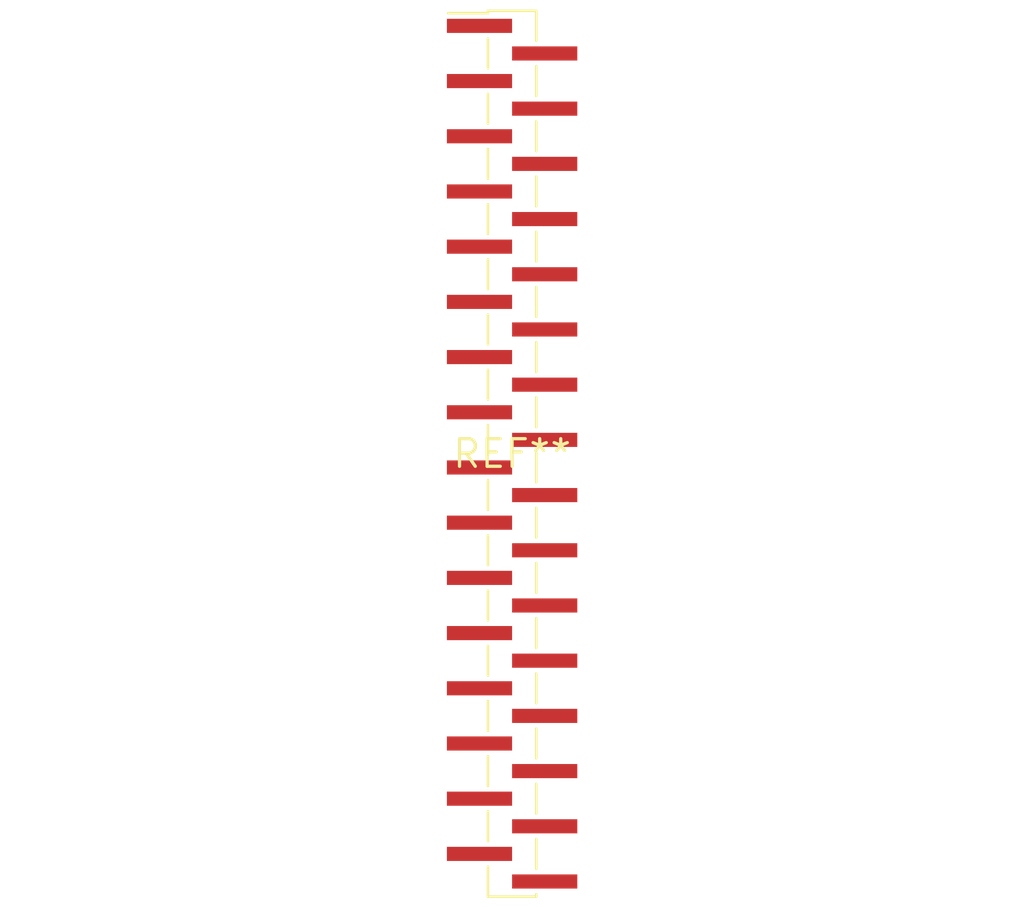
<source format=kicad_pcb>
(kicad_pcb (version 20240108) (generator pcbnew)
  (layers (0 "F.Cu" signal) (31 "B.Cu" signal) (34 "B.Paste" user) (35 "F.Paste" user) (36 "B.SilkS" user "B.Silkscreen") (37 "F.SilkS" user "F.Silkscreen") (38 "B.Mask" user) (39 "F.Mask" user) (44 "Edge.Cuts" user))
  (net 0 "")
  (footprint "PinHeader_1x32_P1.27mm_Vertical_SMD_Pin1Left" (layer "F.Cu") (at 0 0)
    (property "Reference" "REF**")
    (property "Value" "PinHeader_1x32_P1.27mm_Vertical_SMD_Pin1Left")
    (fp_line (start -1.11 -20.38) (end -1.11 -20.27) (layer "F.SilkS") (stroke (width 0.12)))
    (fp_line (start -1.11 -20.38) (end 1.11 -20.38) (layer "F.SilkS") (stroke (width 0.12)))
    (fp_line (start -1.11 -20.27) (end -2.94 -20.27) (layer "F.SilkS") (stroke (width 0.12)))
    (fp_line (start -1.11 -19.1) (end -1.11 -17.73) (layer "F.SilkS") (stroke (width 0.12)))
    (fp_line (start -1.11 -16.56) (end -1.11 -15.19) (layer "F.SilkS") (stroke (width 0.12)))
    (fp_line (start -1.11 -14.02) (end -1.11 -12.65) (layer "F.SilkS") (stroke (width 0.12)))
    (fp_line (start -1.11 -11.48) (end -1.11 -10.11) (layer "F.SilkS") (stroke (width 0.12)))
    (fp_line (start -1.11 -8.94) (end -1.11 -7.57) (layer "F.SilkS") (stroke (width 0.12)))
    (fp_line (start -1.11 -6.4) (end -1.11 -5.03) (layer "F.SilkS") (stroke (width 0.12)))
    (fp_line (start -1.11 -3.86) (end -1.11 -2.49) (layer "F.SilkS") (stroke (width 0.12)))
    (fp_line (start -1.11 -1.32) (end -1.11 0.05) (layer "F.SilkS") (stroke (width 0.12)))
    (fp_line (start -1.11 1.22) (end -1.11 2.59) (layer "F.SilkS") (stroke (width 0.12)))
    (fp_line (start -1.11 3.76) (end -1.11 5.13) (layer "F.SilkS") (stroke (width 0.12)))
    (fp_line (start -1.11 6.3) (end -1.11 7.67) (layer "F.SilkS") (stroke (width 0.12)))
    (fp_line (start -1.11 8.84) (end -1.11 10.21) (layer "F.SilkS") (stroke (width 0.12)))
    (fp_line (start -1.11 11.38) (end -1.11 12.75) (layer "F.SilkS") (stroke (width 0.12)))
    (fp_line (start -1.11 13.92) (end -1.11 15.29) (layer "F.SilkS") (stroke (width 0.12)))
    (fp_line (start -1.11 16.46) (end -1.11 17.83) (layer "F.SilkS") (stroke (width 0.12)))
    (fp_line (start -1.11 19) (end -1.11 20.37) (layer "F.SilkS") (stroke (width 0.12)))
    (fp_line (start -1.11 20.38) (end 1.11 20.38) (layer "F.SilkS") (stroke (width 0.12)))
    (fp_line (start 1.11 -20.37) (end 1.11 -19) (layer "F.SilkS") (stroke (width 0.12)))
    (fp_line (start 1.11 -17.83) (end 1.11 -16.46) (layer "F.SilkS") (stroke (width 0.12)))
    (fp_line (start 1.11 -15.29) (end 1.11 -13.92) (layer "F.SilkS") (stroke (width 0.12)))
    (fp_line (start 1.11 -12.75) (end 1.11 -11.38) (layer "F.SilkS") (stroke (width 0.12)))
    (fp_line (start 1.11 -10.21) (end 1.11 -8.84) (layer "F.SilkS") (stroke (width 0.12)))
    (fp_line (start 1.11 -7.67) (end 1.11 -6.3) (layer "F.SilkS") (stroke (width 0.12)))
    (fp_line (start 1.11 -5.13) (end 1.11 -3.76) (layer "F.SilkS") (stroke (width 0.12)))
    (fp_line (start 1.11 -2.59) (end 1.11 -1.22) (layer "F.SilkS") (stroke (width 0.12)))
    (fp_line (start 1.11 -0.05) (end 1.11 1.32) (layer "F.SilkS") (stroke (width 0.12)))
    (fp_line (start 1.11 2.49) (end 1.11 3.86) (layer "F.SilkS") (stroke (width 0.12)))
    (fp_line (start 1.11 5.03) (end 1.11 6.4) (layer "F.SilkS") (stroke (width 0.12)))
    (fp_line (start 1.11 7.57) (end 1.11 8.94) (layer "F.SilkS") (stroke (width 0.12)))
    (fp_line (start 1.11 10.11) (end 1.11 11.48) (layer "F.SilkS") (stroke (width 0.12)))
    (fp_line (start 1.11 12.65) (end 1.11 14.02) (layer "F.SilkS") (stroke (width 0.12)))
    (fp_line (start 1.11 15.19) (end 1.11 16.56) (layer "F.SilkS") (stroke (width 0.12)))
    (fp_line (start 1.11 17.73) (end 1.11 19.1) (layer "F.SilkS") (stroke (width 0.12)))
    (fp_line (start 1.11 20.27) (end 1.11 20.38) (layer "F.SilkS") (stroke (width 0.12)))
    (pad "1" smd rect (at -1.5 -19.685) (size 3 0.65) (layers "F.Cu" "F.Paste" "F.Mask"))
    (pad "2" smd rect (at 1.5 -18.415) (size 3 0.65) (layers "F.Cu" "F.Paste" "F.Mask"))
    (pad "3" smd rect (at -1.5 -17.145) (size 3 0.65) (layers "F.Cu" "F.Paste" "F.Mask"))
    (pad "4" smd rect (at 1.5 -15.875) (size 3 0.65) (layers "F.Cu" "F.Paste" "F.Mask"))
    (pad "5" smd rect (at -1.5 -14.605) (size 3 0.65) (layers "F.Cu" "F.Paste" "F.Mask"))
    (pad "6" smd rect (at 1.5 -13.335) (size 3 0.65) (layers "F.Cu" "F.Paste" "F.Mask"))
    (pad "7" smd rect (at -1.5 -12.065) (size 3 0.65) (layers "F.Cu" "F.Paste" "F.Mask"))
    (pad "8" smd rect (at 1.5 -10.795) (size 3 0.65) (layers "F.Cu" "F.Paste" "F.Mask"))
    (pad "9" smd rect (at -1.5 -9.525) (size 3 0.65) (layers "F.Cu" "F.Paste" "F.Mask"))
    (pad "10" smd rect (at 1.5 -8.255) (size 3 0.65) (layers "F.Cu" "F.Paste" "F.Mask"))
    (pad "11" smd rect (at -1.5 -6.985) (size 3 0.65) (layers "F.Cu" "F.Paste" "F.Mask"))
    (pad "12" smd rect (at 1.5 -5.715) (size 3 0.65) (layers "F.Cu" "F.Paste" "F.Mask"))
    (pad "13" smd rect (at -1.5 -4.445) (size 3 0.65) (layers "F.Cu" "F.Paste" "F.Mask"))
    (pad "14" smd rect (at 1.5 -3.175) (size 3 0.65) (layers "F.Cu" "F.Paste" "F.Mask"))
    (pad "15" smd rect (at -1.5 -1.905) (size 3 0.65) (layers "F.Cu" "F.Paste" "F.Mask"))
    (pad "16" smd rect (at 1.5 -0.635) (size 3 0.65) (layers "F.Cu" "F.Paste" "F.Mask"))
    (pad "17" smd rect (at -1.5 0.635) (size 3 0.65) (layers "F.Cu" "F.Paste" "F.Mask"))
    (pad "18" smd rect (at 1.5 1.905) (size 3 0.65) (layers "F.Cu" "F.Paste" "F.Mask"))
    (pad "19" smd rect (at -1.5 3.175) (size 3 0.65) (layers "F.Cu" "F.Paste" "F.Mask"))
    (pad "20" smd rect (at 1.5 4.445) (size 3 0.65) (layers "F.Cu" "F.Paste" "F.Mask"))
    (pad "21" smd rect (at -1.5 5.715) (size 3 0.65) (layers "F.Cu" "F.Paste" "F.Mask"))
    (pad "22" smd rect (at 1.5 6.985) (size 3 0.65) (layers "F.Cu" "F.Paste" "F.Mask"))
    (pad "23" smd rect (at -1.5 8.255) (size 3 0.65) (layers "F.Cu" "F.Paste" "F.Mask"))
    (pad "24" smd rect (at 1.5 9.525) (size 3 0.65) (layers "F.Cu" "F.Paste" "F.Mask"))
    (pad "25" smd rect (at -1.5 10.795) (size 3 0.65) (layers "F.Cu" "F.Paste" "F.Mask"))
    (pad "26" smd rect (at 1.5 12.065) (size 3 0.65) (layers "F.Cu" "F.Paste" "F.Mask"))
    (pad "27" smd rect (at -1.5 13.335) (size 3 0.65) (layers "F.Cu" "F.Paste" "F.Mask"))
    (pad "28" smd rect (at 1.5 14.605) (size 3 0.65) (layers "F.Cu" "F.Paste" "F.Mask"))
    (pad "29" smd rect (at -1.5 15.875) (size 3 0.65) (layers "F.Cu" "F.Paste" "F.Mask"))
    (pad "30" smd rect (at 1.5 17.145) (size 3 0.65) (layers "F.Cu" "F.Paste" "F.Mask"))
    (pad "31" smd rect (at -1.5 18.415) (size 3 0.65) (layers "F.Cu" "F.Paste" "F.Mask"))
    (pad "32" smd rect (at 1.5 19.685) (size 3 0.65) (layers "F.Cu" "F.Paste" "F.Mask"))
  )
)
</source>
